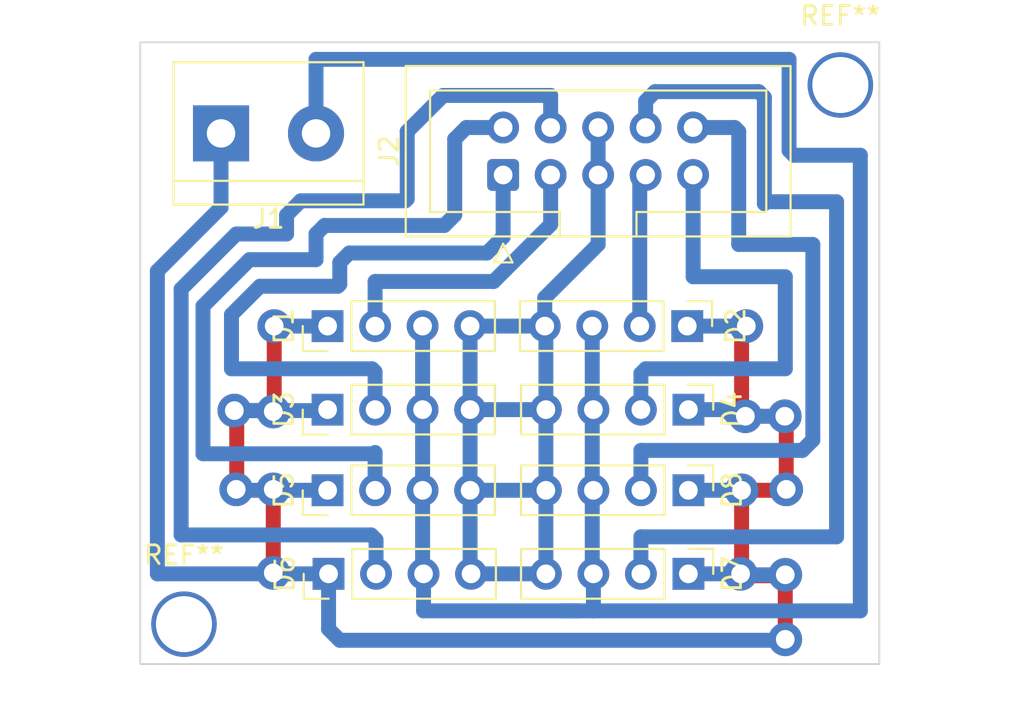
<source format=kicad_pcb>
(kicad_pcb (version 20211014) (generator pcbnew)
  (layers (0 "F.Cu" signal) (31 "B.Cu" signal) (34 "B.Paste" user) (35 "F.Paste" user) (36 "B.SilkS" user "B.Silkscreen") (37 "F.SilkS" user "F.Silkscreen") (38 "B.Mask" user) (39 "F.Mask" user) (44 "Edge.Cuts" user))
  (net 0 "")
  (net 1 "/data2")
  (net 2 "/gnd")
  (net 3 "/5v")
  (net 4 "/data4")
  (net 5 "/data1")
  (net 6 "/data5")
  (net 7 "/data6")
  (net 8 "/data7")
  (net 9 "/data8")
  (net 10 "/data3")
  (net 11 "/38Kh")
  (footprint "Connector_PinHeader_2.54mm:PinHeader_1x04_P2.54mm_Vertical" (layer "F.Cu") (at 48.4632 34.5948 -90)
    (fp_text reference "D4" (at 0 -2.33 90) (layer "F.SilkS"))
    (fp_text value "Conn_01x04_Male")
    (fp_line (start 1.33 1.27) (end 1.33 8.95) (layer "F.SilkS") (width 0.12))
    (fp_line (start -1.33 -1.33) (end 0 -1.33) (layer "F.SilkS") (width 0.12))
    (fp_line (start -1.33 8.95) (end 1.33 8.95) (layer "F.SilkS") (width 0.12))
    (fp_line (start -1.33 1.27) (end -1.33 8.95) (layer "F.SilkS") (width 0.12))
    (fp_line (start -1.33 0) (end -1.33 -1.33) (layer "F.SilkS") (width 0.12))
    (fp_line (start -1.33 1.27) (end 1.33 1.27) (layer "F.SilkS") (width 0.12))
    (pad "1" thru_hole rect (at 0 0 270) (size 1.7 1.7) (drill 1) (layers *.Cu *.Mask) (net 3 "/5v"))
    (pad "2" thru_hole oval (at 0 2.54 270) (size 1.7 1.7) (drill 1) (layers *.Cu *.Mask) (net 4 "/data4"))
    (pad "3" thru_hole oval (at 0 5.08 270) (size 1.7 1.7) (drill 1) (layers *.Cu *.Mask) (net 2 "/gnd"))
    (pad "4" thru_hole oval (at 0 7.62 270) (size 1.7 1.7) (drill 1) (layers *.Cu *.Mask) (net 11 "/38Kh"))
  )
  (footprint "Connector_PinHeader_2.54mm:PinHeader_1x04_P2.54mm_Vertical" (layer "F.Cu") (at 48.4632 38.9128 -90)
    (fp_text reference "D8" (at 0 -2.33 90) (layer "F.SilkS"))
    (fp_text value "Conn_01x04_Male")
    (fp_line (start -1.33 8.95) (end 1.33 8.95) (layer "F.SilkS") (width 0.12))
    (fp_line (start -1.33 -1.33) (end 0 -1.33) (layer "F.SilkS") (width 0.12))
    (fp_line (start 1.33 1.27) (end 1.33 8.95) (layer "F.SilkS") (width 0.12))
    (fp_line (start -1.33 0) (end -1.33 -1.33) (layer "F.SilkS") (width 0.12))
    (fp_line (start -1.33 1.27) (end -1.33 8.95) (layer "F.SilkS") (width 0.12))
    (fp_line (start -1.33 1.27) (end 1.33 1.27) (layer "F.SilkS") (width 0.12))
    (pad "1" thru_hole rect (at 0 0 270) (size 1.7 1.7) (drill 1) (layers *.Cu *.Mask) (net 3 "/5v"))
    (pad "2" thru_hole oval (at 0 2.54 270) (size 1.7 1.7) (drill 1) (layers *.Cu *.Mask) (net 9 "/data8"))
    (pad "3" thru_hole oval (at 0 5.08 270) (size 1.7 1.7) (drill 1) (layers *.Cu *.Mask) (net 2 "/gnd"))
    (pad "4" thru_hole oval (at 0 7.62 270) (size 1.7 1.7) (drill 1) (layers *.Cu *.Mask) (net 11 "/38Kh"))
  )
  (footprint "TerminalBlock:TerminalBlock_bornier-2_P5.08mm" (layer "F.Cu") (at 23.4696 19.812)
    (fp_text reference "J1" (at 2.54 4.572) (layer "F.SilkS"))
    (fp_text value "Conn_01x02_Male" hide)
    (fp_line (start -2.54 3.81) (end 7.62 3.81) (layer "F.SilkS") (width 0.12))
    (fp_line (start 7.62 2.54) (end -2.54 2.54) (layer "F.SilkS") (width 0.12))
    (fp_line (start 7.62 3.81) (end 7.62 -3.81) (layer "F.SilkS") (width 0.12))
    (fp_line (start -2.54 -3.81) (end -2.54 3.81) (layer "F.SilkS") (width 0.12))
    (fp_line (start 7.62 -3.81) (end -2.54 -3.81) (layer "F.SilkS") (width 0.12))
    (pad "1" thru_hole rect (at 0 0) (size 3 3) (drill 1.52) (layers *.Cu *.Mask) (net 3 "/5v"))
    (pad "2" thru_hole circle (at 5.08 0) (size 3 3) (drill 1.52) (layers *.Cu *.Mask) (net 2 "/gnd"))
  )
  (footprint "MountingHole:MountingHole_2.7mm_Pad" (layer "F.Cu") (at 21.4884 46.0756)
    (fp_text reference "REF**" (at 0 -3.7) (layer "F.SilkS"))
    (fp_text value "MountingHole_2.7mm_Pad")
    (pad "1" thru_hole circle (at 0 0) (size 3.5 3.5) (drill 3) (layers *.Cu *.Mask))
  )
  (footprint "Connector_PinHeader_2.54mm:PinHeader_1x04_P2.54mm_Vertical" (layer "F.Cu") (at 29.22 43.3832 90)
    (fp_text reference "D6" (at 0 -2.33 90) (layer "F.SilkS"))
    (fp_text value "Conn_01x04_Male")
    (fp_line (start -1.33 0) (end -1.33 -1.33) (layer "F.SilkS") (width 0.12))
    (fp_line (start -1.33 1.27) (end -1.33 8.95) (layer "F.SilkS") (width 0.12))
    (fp_line (start 1.33 1.27) (end 1.33 8.95) (layer "F.SilkS") (width 0.12))
    (fp_line (start -1.33 1.27) (end 1.33 1.27) (layer "F.SilkS") (width 0.12))
    (fp_line (start -1.33 -1.33) (end 0 -1.33) (layer "F.SilkS") (width 0.12))
    (fp_line (start -1.33 8.95) (end 1.33 8.95) (layer "F.SilkS") (width 0.12))
    (pad "1" thru_hole rect (at 0 0 90) (size 1.7 1.7) (drill 1) (layers *.Cu *.Mask) (net 3 "/5v"))
    (pad "2" thru_hole oval (at 0 2.54 90) (size 1.7 1.7) (drill 1) (layers *.Cu *.Mask) (net 7 "/data6"))
    (pad "3" thru_hole oval (at 0 5.08 90) (size 1.7 1.7) (drill 1) (layers *.Cu *.Mask) (net 2 "/gnd"))
    (pad "4" thru_hole oval (at 0 7.62 90) (size 1.7 1.7) (drill 1) (layers *.Cu *.Mask) (net 11 "/38Kh"))
  )
  (footprint "Connector_PinHeader_2.54mm:PinHeader_1x04_P2.54mm_Vertical" (layer "F.Cu") (at 29.1692 38.9128 90)
    (fp_text reference "D5" (at 0 -2.33 90) (layer "F.SilkS"))
    (fp_text value "Conn_01x04_Male")
    (fp_line (start 1.33 1.27) (end 1.33 8.95) (layer "F.SilkS") (width 0.12))
    (fp_line (start -1.33 1.27) (end 1.33 1.27) (layer "F.SilkS") (width 0.12))
    (fp_line (start -1.33 0) (end -1.33 -1.33) (layer "F.SilkS") (width 0.12))
    (fp_line (start -1.33 1.27) (end -1.33 8.95) (layer "F.SilkS") (width 0.12))
    (fp_line (start -1.33 -1.33) (end 0 -1.33) (layer "F.SilkS") (width 0.12))
    (fp_line (start -1.33 8.95) (end 1.33 8.95) (layer "F.SilkS") (width 0.12))
    (pad "1" thru_hole rect (at 0 0 90) (size 1.7 1.7) (drill 1) (layers *.Cu *.Mask) (net 3 "/5v"))
    (pad "2" thru_hole oval (at 0 2.54 90) (size 1.7 1.7) (drill 1) (layers *.Cu *.Mask) (net 6 "/data5"))
    (pad "3" thru_hole oval (at 0 5.08 90) (size 1.7 1.7) (drill 1) (layers *.Cu *.Mask) (net 2 "/gnd"))
    (pad "4" thru_hole oval (at 0 7.62 90) (size 1.7 1.7) (drill 1) (layers *.Cu *.Mask) (net 11 "/38Kh"))
  )
  (footprint "Connector_PinHeader_2.54mm:PinHeader_1x04_P2.54mm_Vertical" (layer "F.Cu") (at 29.1692 30.1244 90)
    (fp_text reference "D1" (at 0 -2.33 90) (layer "F.SilkS"))
    (fp_text value "Conn_01x04_Male")
    (fp_line (start -1.33 0) (end -1.33 -1.33) (layer "F.SilkS") (width 0.12))
    (fp_line (start -1.33 -1.33) (end 0 -1.33) (layer "F.SilkS") (width 0.12))
    (fp_line (start -1.33 8.95) (end 1.33 8.95) (layer "F.SilkS") (width 0.12))
    (fp_line (start -1.33 1.27) (end 1.33 1.27) (layer "F.SilkS") (width 0.12))
    (fp_line (start 1.33 1.27) (end 1.33 8.95) (layer "F.SilkS") (width 0.12))
    (fp_line (start -1.33 1.27) (end -1.33 8.95) (layer "F.SilkS") (width 0.12))
    (pad "1" thru_hole rect (at 0 0 90) (size 1.7 1.7) (drill 1) (layers *.Cu *.Mask) (net 3 "/5v"))
    (pad "2" thru_hole oval (at 0 2.54 90) (size 1.7 1.7) (drill 1) (layers *.Cu *.Mask) (net 1 "/data2"))
    (pad "3" thru_hole oval (at 0 5.08 90) (size 1.7 1.7) (drill 1) (layers *.Cu *.Mask) (net 2 "/gnd"))
    (pad "4" thru_hole oval (at 0 7.62 90) (size 1.7 1.7) (drill 1) (layers *.Cu *.Mask) (net 11 "/38Kh"))
  )
  (footprint "Connector_PinHeader_2.54mm:PinHeader_1x04_P2.54mm_Vertical" (layer "F.Cu") (at 48.4024 30.1244 -90)
    (fp_text reference "D2" (at 0 -2.584 90) (layer "F.SilkS"))
    (fp_text value "Conn_01x04_Male")
    (fp_line (start -1.33 1.27) (end 1.33 1.27) (layer "F.SilkS") (width 0.12))
    (fp_line (start -1.33 1.27) (end -1.33 8.95) (layer "F.SilkS") (width 0.12))
    (fp_line (start -1.33 8.95) (end 1.33 8.95) (layer "F.SilkS") (width 0.12))
    (fp_line (start 1.33 1.27) (end 1.33 8.95) (layer "F.SilkS") (width 0.12))
    (fp_line (start -1.33 -1.33) (end 0 -1.33) (layer "F.SilkS") (width 0.12))
    (fp_line (start -1.33 0) (end -1.33 -1.33) (layer "F.SilkS") (width 0.12))
    (pad "1" thru_hole rect (at 0 0 270) (size 1.7 1.7) (drill 1) (layers *.Cu *.Mask) (net 3 "/5v"))
    (pad "2" thru_hole oval (at 0 2.54 270) (size 1.7 1.7) (drill 1) (layers *.Cu *.Mask) (net 10 "/data3"))
    (pad "3" thru_hole oval (at 0 5.08 270) (size 1.7 1.7) (drill 1) (layers *.Cu *.Mask) (net 2 "/gnd"))
    (pad "4" thru_hole oval (at 0 7.62 270) (size 1.7 1.7) (drill 1) (layers *.Cu *.Mask) (net 11 "/38Kh"))
  )
  (footprint "Connector_PinHeader_2.54mm:PinHeader_1x04_P2.54mm_Vertical" (layer "F.Cu") (at 48.4632 43.3832 -90)
    (fp_text reference "D7" (at 0 -2.33 90) (layer "F.SilkS"))
    (fp_text value "Conn_01x04_Male")
    (fp_line (start -1.33 8.95) (end 1.33 8.95) (layer "F.SilkS") (width 0.12))
    (fp_line (start 1.33 1.27) (end 1.33 8.95) (layer "F.SilkS") (width 0.12))
    (fp_line (start -1.33 1.27) (end -1.33 8.95) (layer "F.SilkS") (width 0.12))
    (fp_line (start -1.33 -1.33) (end 0 -1.33) (layer "F.SilkS") (width 0.12))
    (fp_line (start -1.33 0) (end -1.33 -1.33) (layer "F.SilkS") (width 0.12))
    (fp_line (start -1.33 1.27) (end 1.33 1.27) (layer "F.SilkS") (width 0.12))
    (pad "1" thru_hole rect (at 0 0 270) (size 1.7 1.7) (drill 1) (layers *.Cu *.Mask) (net 3 "/5v"))
    (pad "2" thru_hole oval (at 0 2.54 270) (size 1.7 1.7) (drill 1) (layers *.Cu *.Mask) (net 8 "/data7"))
    (pad "3" thru_hole oval (at 0 5.08 270) (size 1.7 1.7) (drill 1) (layers *.Cu *.Mask) (net 2 "/gnd"))
    (pad "4" thru_hole oval (at 0 7.62 270) (size 1.7 1.7) (drill 1) (layers *.Cu *.Mask) (net 11 "/38Kh"))
  )
  (footprint "MountingHole:MountingHole_2.7mm_Pad" (layer "F.Cu") (at 56.5912 17.2212)
    (fp_text reference "REF**" (at 0 -3.7) (layer "F.SilkS"))
    (fp_text value "MountingHole_2.7mm_Pad")
    (pad "1" thru_hole circle (at 0 0) (size 3.5 3.5) (drill 3) (layers *.Cu *.Mask))
  )
  (footprint "Connector_IDC:IDC-Header_2x05_P2.54mm_Vertical" (layer "F.Cu") (at 38.5572 22.0377 90)
    (fp_text reference "J2" (at 1.27 -6.1 90) (layer "F.SilkS"))
    (fp_text value "Control Sensores")
    (fp_line (start -1.98 -3.91) (end 4.52 -3.91) (layer "F.SilkS") (width 0.12))
    (fp_line (start -3.29 -5.21) (end 5.83 -5.21) (layer "F.SilkS") (width 0.12))
    (fp_line (start 5.83 15.37) (end -3.29 15.37) (layer "F.SilkS") (width 0.12))
    (fp_line (start 4.52 14.07) (end -1.98 14.07) (layer "F.SilkS") (width 0.12))
    (fp_line (start -1.98 7.13) (end -1.98 7.13) (layer "F.SilkS") (width 0.12))
    (fp_line (start -1.98 14.07) (end -1.98 7.13) (layer "F.SilkS") (width 0.12))
    (fp_line (start -4.68 -0.5) (end -4.68 0.5) (layer "F.SilkS") (width 0.12))
    (fp_line (start -3.29 3.03) (end -1.98 3.03) (layer "F.SilkS") (width 0.12))
    (fp_line (start -3.68 0) (end -4.68 -0.5) (layer "F.SilkS") (width 0.12))
    (fp_line (start -1.98 3.03) (end -1.98 -3.91) (layer "F.SilkS") (width 0.12))
    (fp_line (start -3.29 15.37) (end -3.29 -5.21) (layer "F.SilkS") (width 0.12))
    (fp_line (start 5.83 -5.21) (end 5.83 15.37) (layer "F.SilkS") (width 0.12))
    (fp_line (start 4.52 -3.91) (end 4.52 14.07) (layer "F.SilkS") (width 0.12))
    (fp_line (start -1.98 7.13) (end -3.29 7.13) (layer "F.SilkS") (width 0.12))
    (fp_line (start -4.68 0.5) (end -3.68 0) (layer "F.SilkS") (width 0.12))
    (pad "1" thru_hole roundrect (at 0 0 90) (size 1.7 1.7) (drill 1) (layers *.Cu *.Mask) (roundrect_rratio 0.147059) (net 5 "/data1"))
    (pad "2" thru_hole circle (at 2.54 0 90) (size 1.7 1.7) (drill 1) (layers *.Cu *.Mask) (net 6 "/data5"))
    (pad "3" thru_hole circle (at 0 2.54 90) (size 1.7 1.7) (drill 1) (layers *.Cu *.Mask) (net 1 "/data2"))
    (pad "4" thru_hole circle (at 2.54 2.54 90) (size 1.7 1.7) (drill 1) (layers *.Cu *.Mask) (net 7 "/data6"))
    (pad "5" thru_hole circle (at 0 5.08 90) (size 1.7 1.7) (drill 1) (layers *.Cu *.Mask) (net 11 "/38Kh"))
    (pad "6" thru_hole circle (at 2.54 5.08 90) (size 1.7 1.7) (drill 1) (layers *.Cu *.Mask) (net 11 "/38Kh"))
    (pad "7" thru_hole circle (at 0 7.62 90) (size 1.7 1.7) (drill 1) (layers *.Cu *.Mask) (net 10 "/data3"))
    (pad "8" thru_hole circle (at 2.54 7.62 90) (size 1.7 1.7) (drill 1) (layers *.Cu *.Mask) (net 8 "/data7"))
    (pad "9" thru_hole circle (at 0 10.16 90) (size 1.7 1.7) (drill 1) (layers *.Cu *.Mask) (net 4 "/data4"))
    (pad "10" thru_hole circle (at 2.54 10.16 90) (size 1.7 1.7) (drill 1) (layers *.Cu *.Mask) (net 9 "/data8"))
  )
  (footprint "Connector_PinHeader_2.54mm:PinHeader_1x04_P2.54mm_Vertical" (layer "F.Cu") (at 29.1692 34.5948 90)
    (fp_text reference "D3" (at 0 -2.33 90) (layer "F.SilkS"))
    (fp_text value "Conn_01x04_Male")
    (fp_line (start -1.33 1.27) (end 1.33 1.27) (layer "F.SilkS") (width 0.12))
    (fp_line (start 1.33 1.27) (end 1.33 8.95) (layer "F.SilkS") (width 0.12))
    (fp_line (start -1.33 1.27) (end -1.33 8.95) (layer "F.SilkS") (width 0.12))
    (fp_line (start -1.33 -1.33) (end 0 -1.33) (layer "F.SilkS") (width 0.12))
    (fp_line (start -1.33 0) (end -1.33 -1.33) (layer "F.SilkS") (width 0.12))
    (fp_line (start -1.33 8.95) (end 1.33 8.95) (layer "F.SilkS") (width 0.12))
    (pad "1" thru_hole rect (at 0 0 90) (size 1.7 1.7) (drill 1) (layers *.Cu *.Mask) (net 3 "/5v"))
    (pad "2" thru_hole oval (at 0 2.54 90) (size 1.7 1.7) (drill 1) (layers *.Cu *.Mask) (net 5 "/data1"))
    (pad "3" thru_hole oval (at 0 5.08 90) (size 1.7 1.7) (drill 1) (layers *.Cu *.Mask) (net 2 "/gnd"))
    (pad "4" thru_hole oval (at 0 7.62 90) (size 1.7 1.7) (drill 1) (layers *.Cu *.Mask) (net 11 "/38Kh"))
  )
  (gr_rect (start 19.1496 14.9372) (end 58.672 48.2112) (layer "Edge.Cuts") (width 0.1) (fill none))
  (segment (start 31.7092 27.7368) (end 31.7092 30.1244) (width 0.8) (layer "B.Cu") (net 1))
  (segment (start 38.0492 27.7368) (end 31.7092 27.7368) (width 0.8) (layer "B.Cu") (net 1))
  (segment (start 41.0972 24.6888) (end 38.0492 27.7368) (width 0.8) (layer "B.Cu") (net 1))
  (segment (start 41.0972 22.0377) (end 41.0972 24.6888) (width 0.8) (layer "B.Cu") (net 1))
  (segment (start 34.3 43.3832) (end 34.3 45.3644) (width 0.8) (layer "B.Cu") (net 2))
  (segment (start 43.3224 43.3224) (end 43.3832 43.3832) (width 0.8) (layer "B.Cu") (net 2))
  (segment (start 57.658 20.9804) (end 54.102 20.9804) (width 0.8) (layer "B.Cu") (net 2))
  (segment (start 43.3832 43.3832) (end 43.3832 45.3136) (width 0.8) (layer "B.Cu") (net 2))
  (segment (start 34.2492 30.1244) (end 34.2492 43.3324) (width 0.8) (layer "B.Cu") (net 2))
  (segment (start 34.2492 43.3324) (end 34.3 43.3832) (width 0.8) (layer "B.Cu") (net 2))
  (segment (start 54.102 20.9804) (end 53.848 20.7264) (width 0.8) (layer "B.Cu") (net 2))
  (segment (start 53.848 15.8496) (end 28.5496 15.8496) (width 0.8) (layer "B.Cu") (net 2))
  (segment (start 34.3 45.3644) (end 42.5704 45.3644) (width 0.8) (layer "B.Cu") (net 2))
  (segment (start 43.3832 45.3136) (end 43.3324 45.3644) (width 0.8) (layer "B.Cu") (net 2))
  (segment (start 28.5496 15.8496) (end 28.5496 19.812) (width 0.8) (layer "B.Cu") (net 2))
  (segment (start 57.658 45.3644) (end 57.658 20.9804) (width 0.8) (layer "B.Cu") (net 2))
  (segment (start 43.3324 45.3644) (end 57.658 45.3644) (width 0.8) (layer "B.Cu") (net 2))
  (segment (start 43.3224 30.1244) (end 43.3224 43.3224) (width 0.8) (layer "B.Cu") (net 2))
  (segment (start 41.7068 45.3644) (end 43.3324 45.3644) (width 0.8) (layer "B.Cu") (net 2))
  (segment (start 53.848 20.7264) (end 53.848 15.8496) (width 0.8) (layer "B.Cu") (net 2))
  (segment (start 24.3087 38.8357) (end 24.2824 38.862) (width 0.8) (layer "F.Cu") (net 3))
  (segment (start 51.308 43.3324) (end 51.2572 43.3832) (width 0.8) (layer "F.Cu") (net 3))
  (segment (start 53.594 43.4848) (end 51.3588 43.4848) (width 0.8) (layer "F.Cu") (net 3))
  (segment (start 53.6448 46.8884) (end 53.6448 43.434) (width 0.8) (layer "F.Cu") (net 3))
  (segment (start 51.308 38.9128) (end 51.308 43.3324) (width 0.8) (layer "F.Cu") (net 3))
  (segment (start 53.6956 35.0275) (end 53.6956 38.862) (width 0.8) (layer "F.Cu") (net 3))
  (segment (start 26.2636 34.6964) (end 26.3144 34.6456) (width 0.8) (layer "F.Cu") (net 3))
  (segment (start 26.2128 34.6456) (end 26.2636 34.6964) (width 0.8) (layer "F.Cu") (net 3))
  (segment (start 51.3588 43.4848) (end 51.2572 43.3832) (width 0.8) (layer "F.Cu") (net 3))
  (segment (start 53.6448 38.9128) (end 51.308 38.9128) (width 0.8) (layer "F.Cu") (net 3))
  (segment (start 53.6956 38.862) (end 53.6448 38.9128) (width 0.8) (layer "F.Cu") (net 3))
  (segment (start 26.3144 34.6456) (end 26.3144 30.1244) (width 0.8) (layer "F.Cu") (net 3))
  (segment (start 51.5112 34.9504) (end 51.308 34.7472) (width 0.8) (layer "F.Cu") (net 3))
  (segment (start 24.2824 38.862) (end 24.1545 38.862) (width 0.8) (layer "F.Cu") (net 3))
  (segment (start 51.308 34.7472) (end 51.308 30.1244) (width 0.8) (layer "F.Cu") (net 3))
  (segment (start 53.6185 34.9504) (end 53.6956 35.0275) (width 0.8) (layer "F.Cu") (net 3))
  (segment (start 26.2636 43.3324) (end 26.2636 38.862) (width 0.8) (layer "F.Cu") (net 3))
  (segment (start 51.5112 34.9504) (end 53.6185 34.9504) (width 0.8) (layer "F.Cu") (net 3))
  (segment (start 24.1808 34.6456) (end 26.2128 34.6456) (width 0.8) (layer "F.Cu") (net 3))
  (segment (start 53.6448 43.434) (end 53.594 43.4848) (width 0.8) (layer "F.Cu") (net 3))
  (segment (start 24.3087 34.7735) (end 24.3087 38.8357) (width 0.8) (layer "F.Cu") (net 3))
  (segment (start 24.1808 34.6456) (end 24.3087 34.7735) (width 0.8) (layer "F.Cu") (net 3))
  (segment (start 24.1545 38.862) (end 24.0284 38.9881) (width 0.8) (layer "F.Cu") (net 3))
  (via (at 51.308 38.9128) (size 1.8) (drill 1) (layers "F.Cu" "B.Cu") (net 3))
  (via (at 53.6956 38.862) (size 1.8) (drill 1) (layers "F.Cu" "B.Cu") (net 3))
  (via (at 51.2572 43.3832) (size 1.8) (drill 1) (layers "F.Cu" "B.Cu") (net 3))
  (via (at 24.1808 34.6456) (size 1.8) (drill 1) (layers "F.Cu" "B.Cu") (net 3))
  (via (at 26.2636 38.862) (size 1.8) (drill 1) (layers "F.Cu" "B.Cu") (net 3))
  (via (at 53.6448 43.434) (size 1.8) (drill 1) (layers "F.Cu" "B.Cu") (net 3))
  (via (at 26.3144 30.1244) (size 1.8) (drill 1) (layers "F.Cu" "B.Cu") (net 3))
  (via (at 51.5112 34.9504) (size 1.8) (drill 1) (layers "F.Cu" "B.Cu") (net 3))
  (via (at 51.562 30.1244) (size 1.8) (drill 1) (layers "F.Cu" "B.Cu") (net 3))
  (via (at 53.6185 34.9504) (size 1.8) (drill 1) (layers "F.Cu" "B.Cu") (net 3))
  (via (at 53.6448 46.8884) (size 1.8) (drill 1) (layers "F.Cu" "B.Cu") (net 3))
  (via (at 26.2636 43.3324) (size 1.8) (drill 1) (layers "F.Cu" "B.Cu") (net 3))
  (via (at 24.2824 38.862) (size 1.8) (drill 1) (layers "F.Cu" "B.Cu") (net 3))
  (via (at 26.2636 34.6964) (size 1.8) (drill 1) (layers "F.Cu" "B.Cu") (net 3))
  (segment (start 53.6448 43.434) (end 50.5968 43.434) (width 0.8) (layer "B.Cu") (net 3))
  (segment (start 23.4696 23.7744) (end 23.4696 19.812) (width 0.8) (layer "B.Cu") (net 3))
  (segment (start 51.5112 34.9504) (end 50.8 34.9504) (width 0.8) (layer "B.Cu") (net 3))
  (segment (start 20.066 43.3832) (end 20.066 27.178) (width 0.8) (layer "B.Cu") (net 3))
  (segment (start 50.5968 43.434) (end 50.546 43.3832) (width 0.8) (layer "B.Cu") (net 3))
  (segment (start 29.1184 34.6456) (end 29.1692 34.5948) (width 0.8) (layer "B.Cu") (net 3))
  (segment (start 26.8732 38.862) (end 26.924 38.9128) (width 0.8) (layer "B.Cu") (net 3))
  (segment (start 26.3144 30.1244) (end 29.1692 30.1244) (width 0.8) (layer "B.Cu") (net 3))
  (segment (start 26.924 38.9128) (end 29.1692 38.9128) (width 0.8) (layer "B.Cu") (net 3))
  (segment (start 51.308 30.1244) (end 48.4024 30.1244) (width 0.8) (layer "B.Cu") (net 3))
  (segment (start 26.2636 43.3324) (end 26.3144 43.3832) (width 0.8) (layer "B.Cu") (net 3))
  (segment (start 53.6448 46.8884) (end 53.594 46.9392) (width 0.8) (layer "B.Cu") (net 3))
  (segment (start 26.2636 38.862) (end 26.8732 38.862) (width 0.8) (layer "B.Cu") (net 3))
  (segment (start 27.0256 34.6456) (end 29.1184 34.6456) (width 0.8) (layer "B.Cu") (net 3))
  (segment (start 50.8 34.9504) (end 50.4444 34.5948) (width 0.8) (layer "B.Cu") (net 3))
  (segment (start 24.3332 38.9128) (end 26.924 38.9128) (width 0.8) (layer "B.Cu") (net 3))
  (segment (start 20.066 27.178) (end 23.4696 23.7744) (width 0.8) (layer "B.Cu") (net 3))
  (segment (start 26.3144 43.3832) (end 29.22 43.3832) (width 0.8) (layer "B.Cu") (net 3))
  (segment (start 48.4632 43.3832) (end 50.546 43.3832) (width 0.8) (layer "B.Cu") (net 3))
  (segment (start 26.2636 34.6964) (end 26.3144 34.6456) (width 0.8) (layer "B.Cu") (net 3))
  (segment (start 24.2824 38.862) (end 24.3332 38.9128) (width 0.8) (layer "B.Cu") (net 3))
  (segment (start 29.22 46.3396) (end 29.22 43.3832) (width 0.8) (layer "B.Cu") (net 3))
  (segment (start 26.2636 43.3324) (end 26.2128 43.3832) (width 0.8) (layer "B.Cu") (net 3))
  (segment (start 50.4444 34.5948) (end 48.4632 34.5948) (width 0.8) (layer "B.Cu") (net 3))
  (segment (start 50.546 43.3832) (end 51.2572 43.3832) (width 0.8) (layer "B.Cu") (net 3))
  (segment (start 26.2128 43.3832) (end 20.066 43.3832) (width 0.8) (layer "B.Cu") (net 3))
  (segment (start 53.6185 34.9504) (end 50.8 34.9504) (width 0.8) (layer "B.Cu") (net 3))
  (segment (start 51.308 38.9128) (end 48.4632 38.9128) (width 0.8) (layer "B.Cu") (net 3))
  (segment (start 53.594 46.9392) (end 29.8196 46.9392) (width 0.8) (layer "B.Cu") (net 3))
  (segment (start 29.8196 46.9392) (end 29.22 46.3396) (width 0.8) (layer "B.Cu") (net 3))
  (segment (start 26.3144 34.6456) (end 27.0256 34.6456) (width 0.8) (layer "B.Cu") (net 3))
  (segment (start 24.1808 34.6456) (end 27.0256 34.6456) (width 0.8) (layer "B.Cu") (net 3))
  (segment (start 53.6448 32.4104) (end 53.6448 27.4828) (width 0.8) (layer "B.Cu") (net 4))
  (segment (start 45.9232 34.5948) (end 45.9232 32.6644) (width 0.8) (layer "B.Cu") (net 4))
  (segment (start 45.9232 32.6644) (end 46.1772 32.4104) (width 0.8) (layer "B.Cu") (net 4))
  (segment (start 53.6448 27.4828) (end 48.7172 27.4828) (width 0.8) (layer "B.Cu") (net 4))
  (segment (start 46.1772 32.4104) (end 53.6448 32.4104) (width 0.8) (layer "B.Cu") (net 4))
  (segment (start 48.7172 27.4828) (end 48.7172 22.0377) (width 0.8) (layer "B.Cu") (net 4))
  (segment (start 31.7092 32.5728) (end 31.7092 34.5948) (width 0.8) (layer "B.Cu") (net 5))
  (segment (start 30.3276 26.2128) (end 29.8196 26.7208) (width 0.8) (layer "B.Cu") (net 5))
  (segment (start 29.8196 26.7208) (end 29.8196 27.8892) (width 0.8) (layer "B.Cu") (net 5))
  (segment (start 24.0284 29.5148) (end 24.0284 32.4104) (width 0.8) (layer "B.Cu") (net 5))
  (segment (start 37.6936 26.2128) (end 30.3276 26.2128) (width 0.8) (layer "B.Cu") (net 5))
  (segment (start 38.5572 25.3492) (end 37.6936 26.2128) (width 0.8) (layer "B.Cu") (net 5))
  (segment (start 31.5468 32.4104) (end 31.7092 32.5728) (width 0.8) (layer "B.Cu") (net 5))
  (segment (start 29.718 27.9908) (end 25.5524 27.9908) (width 0.8) (layer "B.Cu") (net 5))
  (segment (start 29.8196 27.8892) (end 29.718 27.9908) (width 0.8) (layer "B.Cu") (net 5))
  (segment (start 38.5572 22.0377) (end 38.5572 25.3492) (width 0.8) (layer "B.Cu") (net 5))
  (segment (start 24.0284 32.4104) (end 31.5468 32.4104) (width 0.8) (layer "B.Cu") (net 5))
  (segment (start 25.5524 27.9908) (end 24.0284 29.5148) (width 0.8) (layer "B.Cu") (net 5))
  (segment (start 35.9664 20.1168) (end 36.5855 19.4977) (width 0.8) (layer "B.Cu") (net 6))
  (segment (start 24.9936 26.5684) (end 28.5496 26.5684) (width 0.8) (layer "B.Cu") (net 6))
  (segment (start 31.7092 38.9128) (end 31.7092 36.8908) (width 0.8) (layer "B.Cu") (net 6))
  (segment (start 28.5496 25.1968) (end 29.0068 24.7396) (width 0.8) (layer "B.Cu") (net 6))
  (segment (start 22.5044 36.957911) (end 22.5044 29.0576) (width 0.8) (layer "B.Cu") (net 6))
  (segment (start 29.0068 24.7396) (end 35.4076 24.7396) (width 0.8) (layer "B.Cu") (net 6))
  (segment (start 31.642089 36.957911) (end 22.5044 36.957911) (width 0.8) (layer "B.Cu") (net 6))
  (segment (start 35.4076 24.7396) (end 35.9664 24.1808) (width 0.8) (layer "B.Cu") (net 6))
  (segment (start 22.5044 29.0576) (end 24.9936 26.5684) (width 0.8) (layer "B.Cu") (net 6))
  (segment (start 36.5855 19.4977) (end 38.5572 19.4977) (width 0.8) (layer "B.Cu") (net 6))
  (segment (start 28.5496 26.5684) (end 28.5496 25.1968) (width 0.8) (layer "B.Cu") (net 6))
  (segment (start 31.7092 36.8908) (end 31.642089 36.957911) (width 0.8) (layer "B.Cu") (net 6))
  (segment (start 35.9664 24.1808) (end 35.9664 20.1168) (width 0.8) (layer "B.Cu") (net 6))
  (segment (start 33.3248 23.4188) (end 33.4264 23.3172) (width 0.8) (layer "B.Cu") (net 7))
  (segment (start 24.2824 25.1968) (end 26.9748 25.1968) (width 0.8) (layer "B.Cu") (net 7))
  (segment (start 31.76 41.5644) (end 31.496 41.3004) (width 0.8) (layer "B.Cu") (net 7))
  (segment (start 35.3568 17.78) (end 41.0972 17.78) (width 0.8) (layer "B.Cu") (net 7))
  (segment (start 27.7368 23.4188) (end 33.3248 23.4188) (width 0.8) (layer "B.Cu") (net 7))
  (segment (start 33.4264 19.7104) (end 35.3568 17.78) (width 0.8) (layer "B.Cu") (net 7))
  (segment (start 21.336 28.1432) (end 24.2824 25.1968) (width 0.8) (layer "B.Cu") (net 7))
  (segment (start 21.336 41.3004) (end 21.336 28.1432) (width 0.8) (layer "B.Cu") (net 7))
  (segment (start 33.4264 23.3172) (end 33.4264 19.7104) (width 0.8) (layer "B.Cu") (net 7))
  (segment (start 26.9748 24.1808) (end 27.7368 23.4188) (width 0.8) (layer "B.Cu") (net 7))
  (segment (start 41.0972 17.78) (end 41.0972 19.4977) (width 0.8) (layer "B.Cu") (net 7))
  (segment (start 31.76 43.3832) (end 31.76 41.5644) (width 0.8) (layer "B.Cu") (net 7))
  (segment (start 31.496 41.3004) (end 21.336 41.3004) (width 0.8) (layer "B.Cu") (net 7))
  (segment (start 26.9748 25.1968) (end 26.9748 24.1808) (width 0.8) (layer "B.Cu") (net 7))
  (segment (start 46.6852 17.5768) (end 46.1772 18.0848) (width 0.8) (layer "B.Cu") (net 8))
  (segment (start 45.9232 41.402) (end 56.388 41.402) (width 0.8) (layer "B.Cu") (net 8))
  (segment (start 45.9232 43.3832) (end 45.9232 41.402) (width 0.8) (layer "B.Cu") (net 8))
  (segment (start 56.388 23.4696) (end 52.6288 23.4696) (width 0.8) (layer "B.Cu") (net 8))
  (segment (start 56.388 41.402) (end 56.388 23.4696) (width 0.8) (layer "B.Cu") (net 8))
  (segment (start 52.2224 17.5768) (end 46.6852 17.5768) (width 0.8) (layer "B.Cu") (net 8))
  (segment (start 46.1772 18.0848) (end 46.1772 19.4977) (width 0.8) (layer "B.Cu") (net 8))
  (segment (start 52.6288 23.4696) (end 52.5272 23.5712) (width 0.8) (layer "B.Cu") (net 8))
  (segment (start 52.5272 17.8816) (end 52.2224 17.5768) (width 0.8) (layer "B.Cu") (net 8))
  (segment (start 52.5272 23.5712) (end 52.5272 17.8816) (width 0.8) (layer "B.Cu") (net 8))
  (segment (start 45.9232 36.7792) (end 54.5592 36.7792) (width 0.8) (layer "B.Cu") (net 9))
  (segment (start 51.1556 25.7556) (end 51.1556 19.7104) (width 0.8) (layer "B.Cu") (net 9))
  (segment (start 55.118 25.7556) (end 51.1556 25.7556) (width 0.8) (layer "B.Cu") (net 9))
  (segment (start 45.9232 38.9128) (end 45.9232 36.7792) (width 0.8) (layer "B.Cu") (net 9))
  (segment (start 55.118 36.2204) (end 55.118 25.7556) (width 0.8) (layer "B.Cu") (net 9))
  (segment (start 50.9429 19.4977) (end 48.7172 19.4977) (width 0.8) (layer "B.Cu") (net 9))
  (segment (start 51.1556 19.7104) (end 50.9429 19.4977) (width 0.8) (layer "B.Cu") (net 9))
  (segment (start 54.5592 36.7792) (end 55.118 36.2204) (width 0.8) (layer "B.Cu") (net 9))
  (segment (start 45.8624 30.1244) (end 45.8624 22.3525) (width 0.8) (layer "B.Cu") (net 10))
  (segment (start 45.8624 22.3525) (end 46.1772 22.0377) (width 0.8) (layer "B.Cu") (net 10))
  (segment (start 36.7892 30.1244) (end 40.7824 30.1244) (width 0.8) (layer "B.Cu") (net 11))
  (segment (start 36.7892 30.1244) (end 36.7892 43.3324) (width 0.8) (layer "B.Cu") (net 11))
  (segment (start 40.8432 30.1852) (end 40.7824 30.1244) (width 0.8) (layer "B.Cu") (net 11))
  (segment (start 40.8432 34.5948) (end 36.7892 34.5948) (width 0.8) (layer "B.Cu") (net 11))
  (segment (start 43.7488 22.1493) (end 43.6372 22.0377) (width 0.8) (layer "B.Cu") (net 11))
  (segment (start 36.7892 43.3324) (end 36.84 43.3832) (width 0.8) (layer "B.Cu") (net 11))
  (segment (start 40.7824 30.1244) (end 40.7824 28.6104) (width 0.8) (layer "B.Cu") (net 11))
  (segment (start 40.8432 43.3832) (end 36.84 43.3832) (width 0.8) (layer "B.Cu") (net 11))
  (segment (start 40.8432 38.9128) (end 36.7892 38.9128) (width 0.8) (layer "B.Cu") (net 11))
  (segment (start 40.7824 28.6104) (end 43.6372 25.7556) (width 0.8) (layer "B.Cu") (net 11))
  (segment (start 43.6372 22.0377) (end 43.6372 19.4977) (width 0.8) (layer "B.Cu") (net 11))
  (segment (start 40.8432 34.5948) (end 40.8432 30.1852) (width 0.8) (layer "B.Cu") (net 11))
  (segment (start 43.6372 25.7556) (end 43.6372 22.0377) (width 0.8) (layer "B.Cu") (net 11))
  (segment (start 40.8432 43.3832) (end 40.8432 34.5948) (width 0.8) (layer "B.Cu") (net 11))
)
</source>
